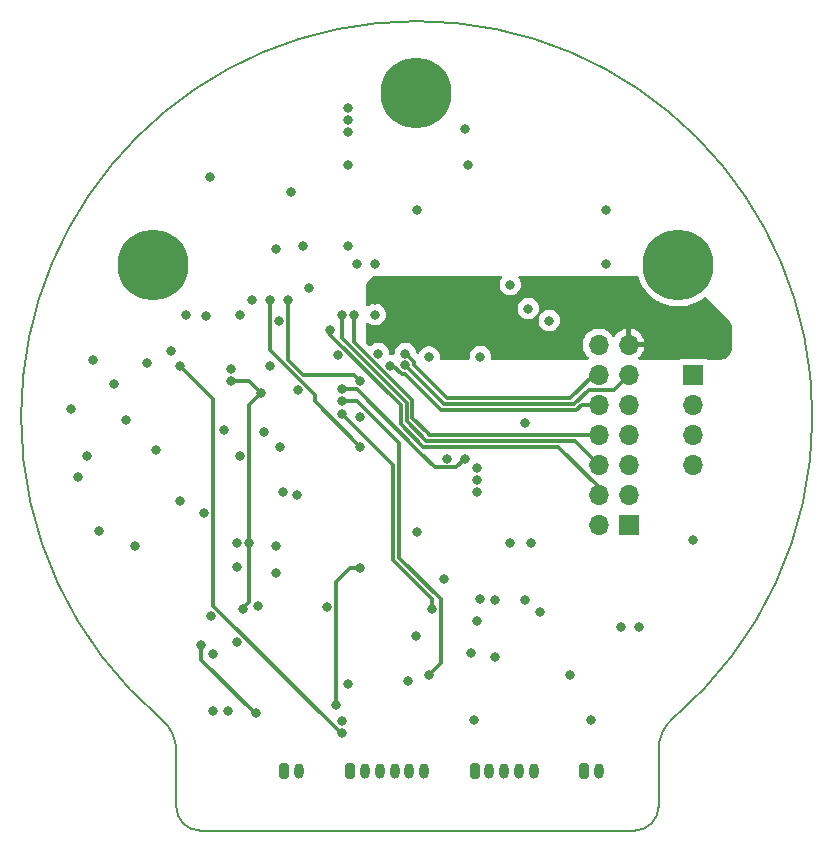
<source format=gbr>
%TF.GenerationSoftware,KiCad,Pcbnew,7.0.1*%
%TF.CreationDate,2023-12-24T22:53:40+03:00*%
%TF.ProjectId,_____ __________,1f3b3042-3020-4433-9f40-30323b353d38,rev?*%
%TF.SameCoordinates,Original*%
%TF.FileFunction,Copper,L3,Inr*%
%TF.FilePolarity,Positive*%
%FSLAX46Y46*%
G04 Gerber Fmt 4.6, Leading zero omitted, Abs format (unit mm)*
G04 Created by KiCad (PCBNEW 7.0.1) date 2023-12-24 22:53:40*
%MOMM*%
%LPD*%
G01*
G04 APERTURE LIST*
G04 Aperture macros list*
%AMRoundRect*
0 Rectangle with rounded corners*
0 $1 Rounding radius*
0 $2 $3 $4 $5 $6 $7 $8 $9 X,Y pos of 4 corners*
0 Add a 4 corners polygon primitive as box body*
4,1,4,$2,$3,$4,$5,$6,$7,$8,$9,$2,$3,0*
0 Add four circle primitives for the rounded corners*
1,1,$1+$1,$2,$3*
1,1,$1+$1,$4,$5*
1,1,$1+$1,$6,$7*
1,1,$1+$1,$8,$9*
0 Add four rect primitives between the rounded corners*
20,1,$1+$1,$2,$3,$4,$5,0*
20,1,$1+$1,$4,$5,$6,$7,0*
20,1,$1+$1,$6,$7,$8,$9,0*
20,1,$1+$1,$8,$9,$2,$3,0*%
G04 Aperture macros list end*
%TA.AperFunction,ComponentPad*%
%ADD10R,1.700000X1.700000*%
%TD*%
%TA.AperFunction,ComponentPad*%
%ADD11O,1.700000X1.700000*%
%TD*%
%TA.AperFunction,ComponentPad*%
%ADD12RoundRect,0.200000X-0.200000X-0.450000X0.200000X-0.450000X0.200000X0.450000X-0.200000X0.450000X0*%
%TD*%
%TA.AperFunction,ComponentPad*%
%ADD13O,0.800000X1.300000*%
%TD*%
%TA.AperFunction,ComponentPad*%
%ADD14C,6.000000*%
%TD*%
%TA.AperFunction,ViaPad*%
%ADD15C,0.800000*%
%TD*%
%TA.AperFunction,Conductor*%
%ADD16C,0.300000*%
%TD*%
%TA.AperFunction,Profile*%
%ADD17C,0.200000*%
%TD*%
G04 APERTURE END LIST*
D10*
%TO.N,GND*%
%TO.C,J10*%
X178054000Y-92202000D03*
D11*
%TO.N,SWCLK*%
X178054000Y-94742000D03*
%TO.N,SWDIO*%
X178054000Y-97282000D03*
%TO.N,Net-(D13-A)*%
X178054000Y-99822000D03*
%TD*%
D12*
%TO.N,CAN1L*%
%TO.C,J4*%
X168793000Y-125808000D03*
D13*
%TO.N,CAN1H*%
X170043000Y-125808000D03*
%TD*%
D14*
%TO.N,unconnected-(J3-Pin_1-Pad1)*%
%TO.C,J3*%
X132334000Y-82931000D03*
%TD*%
%TO.N,unconnected-(J1-Pin_1-Pad1)*%
%TO.C,J1*%
X176784000Y-82931000D03*
%TD*%
D12*
%TO.N,GND*%
%TO.C,J9*%
X149021000Y-125808000D03*
D13*
%TO.N,Digital_input2*%
X150271000Y-125808000D03*
%TO.N,Digital_input1*%
X151521000Y-125808000D03*
%TO.N,Analog_Input2*%
X152771000Y-125808000D03*
%TO.N,Analog_Input1*%
X154021000Y-125808000D03*
%TO.N,GNDA*%
X155271000Y-125808000D03*
%TD*%
D14*
%TO.N,unconnected-(J2-Pin_1-Pad1)*%
%TO.C,J2*%
X154559000Y-68326000D03*
%TD*%
D10*
%TO.N,+3.3V*%
%TO.C,J5*%
X172578000Y-104902000D03*
D11*
%TO.N,GND*%
X170038000Y-104902000D03*
%TO.N,Angle_Sensor_CS_MCU*%
X172578000Y-102362000D03*
%TO.N,Temp_Coil_C_MCU*%
X170038000Y-102362000D03*
%TO.N,Angle_Sensor_SCLK_MCU*%
X172578000Y-99822000D03*
%TO.N,Temp_Coil_B_MCU*%
X170038000Y-99822000D03*
%TO.N,Angle_Sensor_SDIO_MCU*%
X172578000Y-97282000D03*
%TO.N,Temp_Coil_A_MCU*%
X170038000Y-97282000D03*
%TO.N,OUT_MCU*%
X172578000Y-94742000D03*
%TO.N,Current_C_MCU*%
X170038000Y-94742000D03*
%TO.N,Current_B_MCU*%
X172578000Y-92202000D03*
%TO.N,Current_A_MCU*%
X170038000Y-92202000D03*
%TO.N,+3.3VA*%
X172578000Y-89662000D03*
%TO.N,GNDA*%
X170038000Y-89662000D03*
%TD*%
D12*
%TO.N,GND*%
%TO.C,J7*%
X159552000Y-125808000D03*
D13*
%TO.N,RS_485_Y*%
X160802000Y-125808000D03*
%TO.N,RS_485_Z*%
X162052000Y-125808000D03*
%TO.N,RS_485_B*%
X163302000Y-125808000D03*
%TO.N,RS_485_A*%
X164552000Y-125808000D03*
%TD*%
D12*
%TO.N,CAN2L*%
%TO.C,J6*%
X143393000Y-125808000D03*
D13*
%TO.N,CAN2H*%
X144643000Y-125808000D03*
%TD*%
D15*
%TO.N,GND*%
X138684000Y-120650000D03*
X151130000Y-82804000D03*
X136652000Y-103886000D03*
X148844000Y-118364000D03*
X138938000Y-91694000D03*
X173482000Y-113538000D03*
X125984000Y-100838000D03*
X159766000Y-102108000D03*
X161290000Y-116078000D03*
X142727561Y-106703516D03*
X148844000Y-81280000D03*
X133858000Y-90170000D03*
X137265023Y-112670977D03*
X143002000Y-87630000D03*
X141732000Y-97028000D03*
X159766000Y-101092000D03*
X148844000Y-74422000D03*
X154559000Y-114300000D03*
X165862000Y-87630000D03*
X162560000Y-84582000D03*
X138302647Y-96900646D03*
X142748000Y-81534000D03*
X127254000Y-90932000D03*
X160020000Y-90678000D03*
X147024477Y-111845477D03*
X132588000Y-98552000D03*
X169418000Y-121412000D03*
X159004000Y-74422000D03*
X147941673Y-90516500D03*
X164338000Y-106426000D03*
X159766000Y-100076000D03*
%TO.N,A*%
X139446000Y-108458000D03*
X156972000Y-109474000D03*
X141224000Y-111760000D03*
%TO.N,B*%
X144526000Y-102362000D03*
X139700000Y-99060000D03*
X157226000Y-99314000D03*
%TO.N,C*%
X137392023Y-115845977D03*
X149860000Y-108585000D03*
X147828000Y-120142000D03*
%TO.N,+24V*%
X170688000Y-82804000D03*
X159766000Y-113030000D03*
X130810000Y-106680000D03*
%TO.N,+12V*%
X141001682Y-120882379D03*
X134620000Y-102870000D03*
X148844000Y-71628000D03*
X148844000Y-70612000D03*
X136398000Y-115062000D03*
X142748000Y-108966000D03*
X158750000Y-71374000D03*
X148844000Y-69596000D03*
X143287454Y-102120500D03*
%TO.N,Enable*%
X138938000Y-92722500D03*
X140462000Y-106426000D03*
X141478000Y-93726000D03*
X139954000Y-112014000D03*
%TO.N,IN_A*%
X139446000Y-106426000D03*
%TO.N,IN_B*%
X143107023Y-98298000D03*
%TO.N,IN_C*%
X139424023Y-114829977D03*
%TO.N,+3.3V*%
X167640000Y-117602000D03*
X154686000Y-78232000D03*
X154686000Y-105537000D03*
X136764000Y-87234000D03*
X125349000Y-95123000D03*
X144018000Y-76708000D03*
X126746000Y-99060000D03*
X137414000Y-120650000D03*
X145542000Y-84836000D03*
X171958000Y-113538000D03*
X162560000Y-106426000D03*
X164084000Y-86614000D03*
X139700000Y-87122000D03*
X145034000Y-81280000D03*
X151130000Y-87122000D03*
X178054000Y-106172000D03*
X148336000Y-121539000D03*
X131826000Y-91186000D03*
%TO.N,NRST*%
X155689061Y-90708863D03*
%TO.N,Temp_Coil_C_MCU*%
X147320000Y-88392000D03*
%TO.N,Temp_Coil_B_MCU*%
X148336000Y-87122000D03*
%TO.N,Temp_Coil_A_MCU*%
X149352000Y-87122000D03*
%TO.N,Net-(R16-Pad2)*%
X134620000Y-91440000D03*
X148336000Y-122555000D03*
%TO.N,Current_C_MCU*%
X152400000Y-91440000D03*
%TO.N,Current_B_MCU*%
X153670000Y-91423503D03*
%TO.N,RS_485_RX_MCU*%
X161290000Y-111252000D03*
X163830000Y-111252000D03*
%TO.N,RS_485_Enable_MCU*%
X160032500Y-111207693D03*
X165100000Y-112268000D03*
%TO.N,Current_A_MCU*%
X153670000Y-90424000D03*
%TO.N,GNDA*%
X153924000Y-118110000D03*
X151384000Y-90424000D03*
X149606000Y-82804000D03*
%TO.N,+3.3VA*%
X159512000Y-121412000D03*
X159258500Y-115779546D03*
X151130000Y-85852000D03*
%TO.N,Temperature_Power_~{OS}_MCU*%
X143764000Y-85852000D03*
X149860000Y-92710000D03*
%TO.N,Temperature_Power_SCL_MCU*%
X140716000Y-85852000D03*
X149860000Y-95758000D03*
%TO.N,Temperature_Power_SDA_MCU*%
X149860000Y-98298000D03*
X142240000Y-85852000D03*
%TO.N,EEPROM_~{CS_MCU}*%
X142240000Y-91516500D03*
X129032000Y-92964000D03*
%TO.N,EEPROM_MOSI_MCU*%
X144581440Y-93516500D03*
X130048000Y-96012000D03*
%TO.N,Net-(U4-+)*%
X135128000Y-87122000D03*
%TO.N,Net-(D4-COM)*%
X155702000Y-117602000D03*
X148313669Y-94465669D03*
%TO.N,Net-(U10-+)*%
X127762000Y-105410000D03*
%TO.N,Net-(D7-K)*%
X170688000Y-78232000D03*
%TO.N,Net-(D8-K)*%
X137160000Y-75438000D03*
%TO.N,Net-(U7-PC4)*%
X158750000Y-99314000D03*
X163830000Y-96266000D03*
X148286582Y-93466536D03*
%TO.N,Net-(D14-COM)*%
X155956000Y-112014000D03*
X148336000Y-95504000D03*
%TD*%
D16*
%TO.N,C*%
X148971000Y-108585000D02*
X149860000Y-108585000D01*
X147828000Y-109728000D02*
X148971000Y-108585000D01*
X147828000Y-120142000D02*
X147828000Y-109728000D01*
%TO.N,+12V*%
X141001682Y-120882379D02*
X140948379Y-120882379D01*
X140948379Y-120882379D02*
X136398000Y-116332000D01*
X136398000Y-116332000D02*
X136398000Y-115062000D01*
%TO.N,Enable*%
X140462000Y-94742000D02*
X141478000Y-93726000D01*
X140462000Y-106426000D02*
X140462000Y-94742000D01*
X140474500Y-92722500D02*
X141478000Y-93726000D01*
X140462000Y-106426000D02*
X140462000Y-111461339D01*
X139954000Y-111969339D02*
X139954000Y-112014000D01*
X140462000Y-111461339D02*
X139954000Y-111969339D01*
X138938000Y-92722500D02*
X140474500Y-92722500D01*
%TO.N,Temp_Coil_C_MCU*%
X153282688Y-96409019D02*
X155171669Y-98298000D01*
X147320000Y-88392000D02*
X147320000Y-88834873D01*
X147320000Y-88834873D02*
X153282688Y-94797561D01*
X166624000Y-98298000D02*
X170038000Y-101712000D01*
X153282688Y-94797561D02*
X153282688Y-96409019D01*
X170038000Y-101712000D02*
X170038000Y-102362000D01*
X155171669Y-98298000D02*
X166624000Y-98298000D01*
%TO.N,Temp_Coil_B_MCU*%
X153782688Y-96124688D02*
X155448000Y-97790000D01*
X155448000Y-97790000D02*
X168006000Y-97790000D01*
X153782688Y-94590455D02*
X153782688Y-96124688D01*
X148336000Y-89143767D02*
X153782688Y-94590455D01*
X168006000Y-97790000D02*
X170038000Y-99822000D01*
X148336000Y-87122000D02*
X148336000Y-89143767D01*
%TO.N,Temp_Coil_A_MCU*%
X154282688Y-94383349D02*
X154282688Y-95872921D01*
X149352000Y-89452661D02*
X154282688Y-94383349D01*
X154282688Y-95872921D02*
X155569884Y-97160116D01*
X149352000Y-87122000D02*
X149352000Y-89452661D01*
X170038000Y-97282000D02*
X155691768Y-97282000D01*
X155569884Y-97160116D02*
X155691767Y-97282000D01*
X155691768Y-97282000D02*
X155569884Y-97160116D01*
%TO.N,Net-(R16-Pad2)*%
X137414000Y-111760000D02*
X137414000Y-94234000D01*
X148336000Y-122555000D02*
X148209000Y-122555000D01*
X137414000Y-94234000D02*
X134620000Y-91440000D01*
X148209000Y-122555000D02*
X137414000Y-111760000D01*
%TO.N,Current_C_MCU*%
X152625836Y-91440000D02*
X152400000Y-91440000D01*
X153641503Y-92173503D02*
X153359339Y-92173503D01*
X168148000Y-95222000D02*
X156690000Y-95222000D01*
X168628000Y-94742000D02*
X168148000Y-95222000D01*
X170038000Y-94742000D02*
X168628000Y-94742000D01*
X156690000Y-95222000D02*
X153641503Y-92173503D01*
X153359339Y-92173503D02*
X152625836Y-91440000D01*
%TO.N,Current_B_MCU*%
X171308000Y-93472000D02*
X169190894Y-93472000D01*
X167940894Y-94722000D02*
X156968497Y-94722000D01*
X169190894Y-93472000D02*
X167940894Y-94722000D01*
X172578000Y-92202000D02*
X171308000Y-93472000D01*
X156968497Y-94722000D02*
X153670000Y-91423503D01*
%TO.N,Current_A_MCU*%
X154420000Y-91112842D02*
X153731158Y-90424000D01*
X167652000Y-94222000D02*
X157214000Y-94222000D01*
X153731158Y-90424000D02*
X153670000Y-90424000D01*
X154420000Y-91428000D02*
X154420000Y-91112842D01*
X157214000Y-94222000D02*
X154420000Y-91428000D01*
X170038000Y-92202000D02*
X169672000Y-92202000D01*
X169672000Y-92202000D02*
X167652000Y-94222000D01*
%TO.N,Temperature_Power_~{OS}_MCU*%
X143764000Y-90932000D02*
X143764000Y-85852000D01*
X149352000Y-92202000D02*
X145034000Y-92202000D01*
X149860000Y-92710000D02*
X149352000Y-92202000D01*
X145034000Y-92202000D02*
X143764000Y-90932000D01*
%TO.N,Temperature_Power_SDA_MCU*%
X142240000Y-85852000D02*
X142240000Y-90115106D01*
X146042000Y-94480000D02*
X149860000Y-98298000D01*
X146042000Y-93917106D02*
X146042000Y-94480000D01*
X142240000Y-90115106D02*
X146042000Y-93917106D01*
%TO.N,Net-(D4-COM)*%
X153162000Y-107696000D02*
X156706000Y-111240000D01*
X148313669Y-94465669D02*
X149628330Y-94465669D01*
X153162000Y-97999339D02*
X153162000Y-107696000D01*
X149628330Y-94465669D02*
X153162000Y-97999339D01*
X156706000Y-111240000D02*
X156706000Y-116598000D01*
X156706000Y-116598000D02*
X155702000Y-117602000D01*
%TO.N,Net-(U7-PC4)*%
X148286582Y-93466536D02*
X149600536Y-93466536D01*
X149600536Y-93466536D02*
X154940000Y-98806000D01*
X158000000Y-100064000D02*
X158750000Y-99314000D01*
X156198000Y-100064000D02*
X158000000Y-100064000D01*
X154940000Y-98806000D02*
X156198000Y-100064000D01*
%TO.N,Net-(D14-COM)*%
X152654000Y-107895106D02*
X155956000Y-111197106D01*
X155956000Y-111197106D02*
X155956000Y-112014000D01*
X152654000Y-99822000D02*
X152654000Y-107895106D01*
X148336000Y-95504000D02*
X152654000Y-99822000D01*
%TD*%
%TA.AperFunction,Conductor*%
%TO.N,+3.3VA*%
G36*
X161810992Y-83832932D02*
G01*
X161854627Y-83869030D01*
X161877661Y-83920765D01*
X161875289Y-83977347D01*
X161848006Y-84026973D01*
X161827466Y-84049784D01*
X161732820Y-84213715D01*
X161674326Y-84393742D01*
X161674325Y-84393744D01*
X161674326Y-84393744D01*
X161654540Y-84582000D01*
X161664433Y-84676128D01*
X161674326Y-84770257D01*
X161732820Y-84950284D01*
X161827466Y-85114216D01*
X161954129Y-85254889D01*
X162107269Y-85366151D01*
X162280197Y-85443144D01*
X162465352Y-85482500D01*
X162465354Y-85482500D01*
X162654646Y-85482500D01*
X162654648Y-85482500D01*
X162778083Y-85456262D01*
X162839803Y-85443144D01*
X163012730Y-85366151D01*
X163136112Y-85276509D01*
X163165870Y-85254889D01*
X163292533Y-85114216D01*
X163387179Y-84950284D01*
X163431480Y-84813939D01*
X163445674Y-84770256D01*
X163465460Y-84582000D01*
X163445674Y-84393744D01*
X163407155Y-84275195D01*
X163387179Y-84213715D01*
X163292533Y-84049784D01*
X163271994Y-84026973D01*
X163244711Y-83977347D01*
X163242339Y-83920765D01*
X163265373Y-83869030D01*
X163309008Y-83832932D01*
X163364143Y-83820000D01*
X173303073Y-83820000D01*
X173355477Y-83831618D01*
X173398062Y-83864294D01*
X173422848Y-83911906D01*
X173450258Y-84014200D01*
X173581744Y-84356735D01*
X173748320Y-84683656D01*
X173948146Y-84991363D01*
X174047631Y-85114216D01*
X174179051Y-85276506D01*
X174438494Y-85535949D01*
X174564993Y-85638386D01*
X174723636Y-85766853D01*
X174991970Y-85941110D01*
X175031348Y-85966682D01*
X175358264Y-86133255D01*
X175700801Y-86264742D01*
X176055206Y-86359705D01*
X176055209Y-86359705D01*
X176055211Y-86359706D01*
X176417593Y-86417102D01*
X176467373Y-86419710D01*
X176784000Y-86436304D01*
X177115645Y-86418923D01*
X177150406Y-86417102D01*
X177512788Y-86359706D01*
X177512788Y-86359705D01*
X177512794Y-86359705D01*
X177867199Y-86264742D01*
X178209736Y-86133255D01*
X178536652Y-85966682D01*
X178844366Y-85766851D01*
X178975574Y-85660600D01*
X179029945Y-85635246D01*
X179089860Y-85638386D01*
X179141287Y-85669287D01*
X181058797Y-87586797D01*
X181066969Y-87595813D01*
X181179722Y-87733202D01*
X181193227Y-87753414D01*
X181274121Y-87904756D01*
X181283424Y-87927214D01*
X181333240Y-88091437D01*
X181337982Y-88115278D01*
X181355403Y-88292153D01*
X181356000Y-88304307D01*
X181356000Y-89925907D01*
X181355403Y-89938061D01*
X181337982Y-90114934D01*
X181333240Y-90138775D01*
X181283424Y-90302998D01*
X181274121Y-90325456D01*
X181193227Y-90476798D01*
X181179722Y-90497010D01*
X181070854Y-90629666D01*
X181053666Y-90646854D01*
X180921010Y-90755722D01*
X180900798Y-90769227D01*
X180749456Y-90850121D01*
X180726998Y-90859424D01*
X180562775Y-90909240D01*
X180538934Y-90913982D01*
X180362061Y-90931403D01*
X180349907Y-90932000D01*
X179219389Y-90932000D01*
X179180229Y-90925654D01*
X179148214Y-90908907D01*
X179146332Y-90908205D01*
X179146331Y-90908204D01*
X179011483Y-90857909D01*
X178951873Y-90851500D01*
X178951869Y-90851500D01*
X177156130Y-90851500D01*
X177096515Y-90857909D01*
X176959787Y-90908906D01*
X176927771Y-90925654D01*
X176888611Y-90932000D01*
X173511182Y-90932000D01*
X173451066Y-90916453D01*
X173406024Y-90873710D01*
X173387352Y-90814490D01*
X173399731Y-90753642D01*
X173440058Y-90706425D01*
X173449081Y-90700106D01*
X173616106Y-90533081D01*
X173751600Y-90339576D01*
X173851430Y-90125492D01*
X173908636Y-89912000D01*
X172452000Y-89912000D01*
X172390000Y-89895387D01*
X172344613Y-89850000D01*
X172328000Y-89788000D01*
X172328000Y-88331364D01*
X172828000Y-88331364D01*
X172828000Y-89412000D01*
X173908636Y-89412000D01*
X173908635Y-89411999D01*
X173851430Y-89198507D01*
X173751599Y-88984421D01*
X173616109Y-88790921D01*
X173449081Y-88623893D01*
X173255576Y-88488399D01*
X173041492Y-88388569D01*
X172828000Y-88331364D01*
X172328000Y-88331364D01*
X172327999Y-88331364D01*
X172114507Y-88388569D01*
X171900421Y-88488400D01*
X171706921Y-88623890D01*
X171539893Y-88790918D01*
X171409880Y-88976596D01*
X171365562Y-89015461D01*
X171308305Y-89029472D01*
X171251048Y-89015461D01*
X171206730Y-88976595D01*
X171076494Y-88790598D01*
X170909404Y-88623508D01*
X170909401Y-88623505D01*
X170715830Y-88487965D01*
X170501663Y-88388097D01*
X170440502Y-88371709D01*
X170273407Y-88326936D01*
X170037999Y-88306340D01*
X169802592Y-88326936D01*
X169574336Y-88388097D01*
X169360170Y-88487965D01*
X169166598Y-88623505D01*
X168999505Y-88790598D01*
X168863965Y-88984170D01*
X168764097Y-89198336D01*
X168702936Y-89426592D01*
X168682340Y-89662000D01*
X168702936Y-89897407D01*
X168726215Y-89984284D01*
X168764097Y-90125663D01*
X168863965Y-90339830D01*
X168999505Y-90533401D01*
X168999508Y-90533404D01*
X169166599Y-90700495D01*
X169175069Y-90706426D01*
X169215396Y-90753643D01*
X169227775Y-90814490D01*
X169209103Y-90873710D01*
X169164061Y-90916453D01*
X169103945Y-90932000D01*
X161036480Y-90932000D01*
X160970770Y-90913158D01*
X160925030Y-90862358D01*
X160913159Y-90795039D01*
X160917291Y-90755722D01*
X160925460Y-90678000D01*
X160905674Y-90489744D01*
X160866827Y-90370185D01*
X160847179Y-90309715D01*
X160752533Y-90145783D01*
X160625870Y-90005110D01*
X160472730Y-89893848D01*
X160299802Y-89816855D01*
X160114648Y-89777500D01*
X160114646Y-89777500D01*
X159925354Y-89777500D01*
X159925352Y-89777500D01*
X159740197Y-89816855D01*
X159567269Y-89893848D01*
X159414129Y-90005110D01*
X159287466Y-90145783D01*
X159192820Y-90309715D01*
X159134326Y-90489742D01*
X159114540Y-90678000D01*
X159126841Y-90795039D01*
X159114970Y-90862358D01*
X159069230Y-90913158D01*
X159003520Y-90932000D01*
X156708784Y-90932000D01*
X156643074Y-90913158D01*
X156597333Y-90862358D01*
X156585463Y-90795041D01*
X156594521Y-90708863D01*
X156574735Y-90520607D01*
X156525860Y-90370185D01*
X156516240Y-90340578D01*
X156421594Y-90176646D01*
X156294931Y-90035973D01*
X156141791Y-89924711D01*
X155968863Y-89847718D01*
X155783709Y-89808363D01*
X155783707Y-89808363D01*
X155594415Y-89808363D01*
X155594413Y-89808363D01*
X155409258Y-89847718D01*
X155236330Y-89924711D01*
X155083190Y-90035973D01*
X154956527Y-90176646D01*
X154861880Y-90340580D01*
X154852261Y-90370185D01*
X154818501Y-90422922D01*
X154763277Y-90452439D01*
X154700672Y-90451209D01*
X154646650Y-90419546D01*
X154597625Y-90370521D01*
X154573385Y-90336222D01*
X154561985Y-90295799D01*
X154561851Y-90294528D01*
X154555674Y-90235744D01*
X154555674Y-90235742D01*
X154497179Y-90055715D01*
X154402533Y-89891783D01*
X154275870Y-89751110D01*
X154122730Y-89639848D01*
X153949802Y-89562855D01*
X153764648Y-89523500D01*
X153764646Y-89523500D01*
X153575354Y-89523500D01*
X153575352Y-89523500D01*
X153390197Y-89562855D01*
X153217269Y-89639848D01*
X153064129Y-89751110D01*
X152937466Y-89891783D01*
X152842820Y-90055715D01*
X152784326Y-90235742D01*
X152764540Y-90424000D01*
X152765284Y-90431084D01*
X152757726Y-90488482D01*
X152724934Y-90536193D01*
X152674056Y-90563817D01*
X152616183Y-90565332D01*
X152494649Y-90539500D01*
X152494646Y-90539500D01*
X152413250Y-90539500D01*
X152355036Y-90524986D01*
X152310449Y-90484840D01*
X152289929Y-90428462D01*
X152283444Y-90366762D01*
X152269674Y-90235744D01*
X152211179Y-90055716D01*
X152211179Y-90055715D01*
X152116533Y-89891783D01*
X151989870Y-89751110D01*
X151836730Y-89639848D01*
X151663802Y-89562855D01*
X151478648Y-89523500D01*
X151478646Y-89523500D01*
X151289354Y-89523500D01*
X151289352Y-89523500D01*
X151104197Y-89562855D01*
X150931269Y-89639848D01*
X150778130Y-89751110D01*
X150767138Y-89763318D01*
X150711242Y-89798925D01*
X150644991Y-89800659D01*
X150587309Y-89768024D01*
X150404319Y-89585034D01*
X150377439Y-89544806D01*
X150368000Y-89497353D01*
X150368000Y-87924818D01*
X150386273Y-87860028D01*
X150435705Y-87814333D01*
X150501729Y-87801200D01*
X150564885Y-87824500D01*
X150677269Y-87906151D01*
X150850197Y-87983144D01*
X151035352Y-88022500D01*
X151035354Y-88022500D01*
X151224646Y-88022500D01*
X151224648Y-88022500D01*
X151348084Y-87996262D01*
X151409803Y-87983144D01*
X151582730Y-87906151D01*
X151646549Y-87859784D01*
X151735870Y-87794889D01*
X151862533Y-87654216D01*
X151876514Y-87630000D01*
X164956540Y-87630000D01*
X164976326Y-87818257D01*
X165034820Y-87998284D01*
X165129466Y-88162216D01*
X165256129Y-88302889D01*
X165409269Y-88414151D01*
X165582197Y-88491144D01*
X165767352Y-88530500D01*
X165767354Y-88530500D01*
X165956646Y-88530500D01*
X165956648Y-88530500D01*
X166080083Y-88504262D01*
X166141803Y-88491144D01*
X166314730Y-88414151D01*
X166428677Y-88331364D01*
X166467870Y-88302889D01*
X166594533Y-88162216D01*
X166689179Y-87998284D01*
X166712271Y-87927214D01*
X166747674Y-87818256D01*
X166767460Y-87630000D01*
X166747674Y-87441744D01*
X166689179Y-87261716D01*
X166689179Y-87261715D01*
X166594533Y-87097783D01*
X166467870Y-86957110D01*
X166314730Y-86845848D01*
X166141802Y-86768855D01*
X165956648Y-86729500D01*
X165956646Y-86729500D01*
X165767354Y-86729500D01*
X165767352Y-86729500D01*
X165582197Y-86768855D01*
X165409269Y-86845848D01*
X165256129Y-86957110D01*
X165120746Y-87107469D01*
X165118682Y-87105611D01*
X165092556Y-87132649D01*
X165035498Y-87151172D01*
X165020552Y-87148533D01*
X165041238Y-87194993D01*
X165037053Y-87254845D01*
X164976326Y-87441742D01*
X164956540Y-87630000D01*
X151876514Y-87630000D01*
X151957179Y-87490284D01*
X151987115Y-87398151D01*
X152015674Y-87310256D01*
X152035460Y-87122000D01*
X152015674Y-86933744D01*
X151972951Y-86802256D01*
X151957179Y-86753715D01*
X151876515Y-86614000D01*
X163178540Y-86614000D01*
X163198326Y-86802257D01*
X163256820Y-86982284D01*
X163351466Y-87146216D01*
X163478129Y-87286889D01*
X163631269Y-87398151D01*
X163804197Y-87475144D01*
X163989352Y-87514500D01*
X163989354Y-87514500D01*
X164178646Y-87514500D01*
X164178648Y-87514500D01*
X164302083Y-87488262D01*
X164363803Y-87475144D01*
X164536730Y-87398151D01*
X164689871Y-87286888D01*
X164772614Y-87194993D01*
X164825254Y-87136531D01*
X164827318Y-87138390D01*
X164853408Y-87111372D01*
X164910468Y-87092829D01*
X164925446Y-87095469D01*
X164904760Y-87048997D01*
X164908946Y-86989153D01*
X164911176Y-86982288D01*
X164911179Y-86982284D01*
X164969674Y-86802256D01*
X164989460Y-86614000D01*
X164969674Y-86425744D01*
X164917361Y-86264741D01*
X164911179Y-86245715D01*
X164816533Y-86081783D01*
X164689870Y-85941110D01*
X164536730Y-85829848D01*
X164363802Y-85752855D01*
X164178648Y-85713500D01*
X164178646Y-85713500D01*
X163989354Y-85713500D01*
X163989352Y-85713500D01*
X163804197Y-85752855D01*
X163631269Y-85829848D01*
X163478129Y-85941110D01*
X163351466Y-86081783D01*
X163256820Y-86245715D01*
X163198326Y-86425742D01*
X163178540Y-86614000D01*
X151876515Y-86614000D01*
X151862533Y-86589783D01*
X151735870Y-86449110D01*
X151582730Y-86337848D01*
X151409802Y-86260855D01*
X151224648Y-86221500D01*
X151224646Y-86221500D01*
X151035354Y-86221500D01*
X151035352Y-86221500D01*
X150850197Y-86260855D01*
X150677269Y-86337848D01*
X150564885Y-86419500D01*
X150501729Y-86442800D01*
X150435705Y-86429667D01*
X150386273Y-86383972D01*
X150368000Y-86319182D01*
X150368000Y-84826093D01*
X150368597Y-84813939D01*
X150372899Y-84770257D01*
X150386018Y-84637056D01*
X150390757Y-84613232D01*
X150440577Y-84448994D01*
X150449875Y-84426549D01*
X150530775Y-84275195D01*
X150544272Y-84254995D01*
X150653149Y-84122328D01*
X150670328Y-84105149D01*
X150802995Y-83996272D01*
X150823195Y-83982775D01*
X150974549Y-83901875D01*
X150996994Y-83892577D01*
X151161232Y-83842757D01*
X151185056Y-83838018D01*
X151361938Y-83820597D01*
X151374093Y-83820000D01*
X161755857Y-83820000D01*
X161810992Y-83832932D01*
G37*
%TD.AperFunction*%
%TD*%
D17*
X173087071Y-130809973D02*
G75*
G03*
X175119073Y-128778000I29J2031973D01*
G01*
X134281571Y-124064347D02*
G75*
G03*
X133039370Y-121386052I-3504871J1647D01*
G01*
X176351123Y-121296234D02*
G75*
G03*
X175119073Y-123962254I2268777J-2666166D01*
G01*
X134281619Y-124064347D02*
X134281619Y-128778000D01*
X173087071Y-130810000D02*
X136313619Y-130810002D01*
X175119073Y-123962254D02*
X175119073Y-128778000D01*
X188142262Y-95782046D02*
G75*
G03*
X121142262Y-95782046I-33500000J0D01*
G01*
X134281598Y-128778000D02*
G75*
G03*
X136313619Y-130810002I2032002J0D01*
G01*
X176351140Y-121296254D02*
G75*
G03*
X188142262Y-95782046I-21708920J25514224D01*
G01*
X121142261Y-95782046D02*
G75*
G03*
X133039370Y-121386051I33499989J-4D01*
G01*
M02*

</source>
